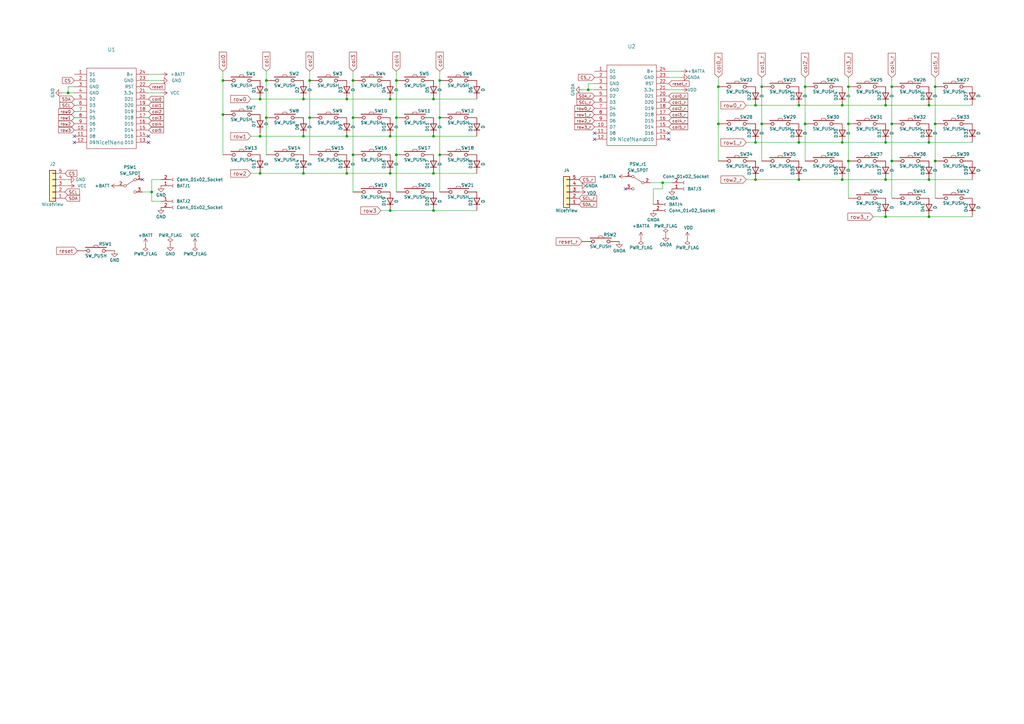
<source format=kicad_sch>
(kicad_sch (version 20230121) (generator eeschema)
  (paper "A3")
  (title_block (title "Corne Choc Wireless") (date "2023-10-09") (rev "0.0.1") (company "foostan + GSV-CargoCult"))
  (lib_symbols
    (symbol "Connector:Conn_01x02_Socket" (pin_names (offset 1.016) hide)
      (property "Reference" "J" (at 0 2.54 0))
      (property "Value" "Conn_01x02_Socket" (at 0 -5.08 0))
      (symbol "Conn_01x02_Socket_1_1"
        (arc (start 0 -2.032) (mid -0.5058 -2.54) (end 0 -3.048) (stroke (width 0.1524)))
        (polyline (pts (xy -1.27 -2.54) (xy -0.508 -2.54)) (stroke (width 0.1524)))
        (polyline (pts (xy -1.27 0) (xy -0.508 0)) (stroke (width 0.1524)))
        (arc (start 0 0.508) (mid -0.5058 0) (end 0 -0.508) (stroke (width 0.1524)))
        (pin passive line (at -5.08 0 0) (length 3.81) (name "Pin_1") (number "1"))
        (pin passive line (at -5.08 -2.54 0) (length 3.81) (name "Pin_2") (number "2"))
      )
    )
    (symbol "Connector_Generic:Conn_01x05" (pin_names (offset 1.016) hide)
      (property "Reference" "J" (at 0 7.62 0))
      (property "Value" "Conn_01x05" (at 0 -7.62 0))
      (symbol "Conn_01x05_1_1"
        (rectangle (start -1.27 -4.953) (end 0 -5.207) (stroke (width 0.1524)))
        (rectangle (start -1.27 -2.413) (end 0 -2.667) (stroke (width 0.1524)))
        (rectangle (start -1.27 0.127) (end 0 -0.127) (stroke (width 0.1524)))
        (rectangle (start -1.27 2.667) (end 0 2.413) (stroke (width 0.1524)))
        (rectangle (start -1.27 5.207) (end 0 4.953) (stroke (width 0.1524)))
        (rectangle (start -1.27 6.35) (end 1.27 -6.35) (stroke (width 0.254)) (fill (type background)))
        (pin passive line (at -5.08 5.08 0) (length 3.81) (name "Pin_1") (number "1"))
        (pin passive line (at -5.08 2.54 0) (length 3.81) (name "Pin_2") (number "2"))
        (pin passive line (at -5.08 0 0) (length 3.81) (name "Pin_3") (number "3"))
        (pin passive line (at -5.08 -2.54 0) (length 3.81) (name "Pin_4") (number "4"))
        (pin passive line (at -5.08 -5.08 0) (length 3.81) (name "Pin_5") (number "5"))
      )
    )
    (symbol "Device:D" (pin_numbers hide) (pin_names (offset 1.016) hide)
      (property "Reference" "D" (at 0 2.54 0))
      (property "Value" "D" (at 0 -2.54 0))
      (symbol "D_0_1"
        (polyline (pts (xy -1.27 1.27) (xy -1.27 -1.27)) (stroke (width 0.254)))
        (polyline (pts (xy 1.27 0) (xy -1.27 0)))
        (polyline (pts (xy 1.27 1.27) (xy 1.27 -1.27) (xy -1.27 0) (xy 1.27 1.27)) (stroke (width 0.254)))
      )
      (symbol "D_1_1"
        (pin passive line (at -3.81 0 0) (length 2.54) (name "K") (number "1"))
        (pin passive line (at 3.81 0 180) (length 2.54) (name "A") (number "2"))
      )
    )
    (symbol "ScottoKeebs:MCU_Nice_Nano_V2" (pin_names (offset 1.016))
      (property "Reference" "U" (at 0 0 0))
      (property "Value" "Nice_Nano_V2" (at 0 -19.05 0))
      (symbol "MCU_Nice_Nano_V2_0_1"
        (rectangle (start -10.16 16.51) (end 10.16 -16.51))
      )
      (symbol "MCU_Nice_Nano_V2_1_1"
        (pin input line (at -15.24 13.97 0) (length 5.08) (name "D1") (number "1"))
        (pin input line (at -15.24 -8.89 0) (length 5.08) (name "D7") (number "10"))
        (pin input line (at -15.24 -11.43 0) (length 5.08) (name "D8") (number "11"))
        (pin input line (at -15.24 -13.97 0) (length 5.08) (name "D9") (number "12"))
        (pin input line (at 15.24 -13.97 180) (length 5.08) (name "D10") (number "13"))
        (pin input line (at 15.24 -11.43 180) (length 5.08) (name "D16") (number "14"))
        (pin input line (at 15.24 -8.89 180) (length 5.08) (name "D14") (number "15"))
        (pin input line (at 15.24 -6.35 180) (length 5.08) (name "D15") (number "16"))
        (pin input line (at 15.24 -3.81 180) (length 5.08) (name "D18") (number "17"))
        (pin input line (at 15.24 -1.27 180) (length 5.08) (name "D19") (number "18"))
        (pin input line (at 15.24 1.27 180) (length 5.08) (name "D20") (number "19"))
        (pin input line (at -15.24 11.43 0) (length 5.08) (name "D0") (number "2"))
        (pin input line (at 15.24 3.81 180) (length 5.08) (name "D21") (number "20"))
        (pin input line (at 15.24 6.35 180) (length 5.08) (name "3.3v") (number "21"))
        (pin input line (at 15.24 8.89 180) (length 5.08) (name "RST") (number "22"))
        (pin input line (at 15.24 11.43 180) (length 5.08) (name "GND") (number "23"))
        (pin input line (at 15.24 13.97 180) (length 5.08) (name "B+") (number "24"))
        (pin input line (at -15.24 8.89 0) (length 5.08) (name "GND") (number "3"))
        (pin input line (at -15.24 6.35 0) (length 5.08) (name "GND") (number "4"))
        (pin input line (at -15.24 3.81 0) (length 5.08) (name "D2") (number "5"))
        (pin input line (at -15.24 1.27 0) (length 5.08) (name "D3") (number "6"))
        (pin input line (at -15.24 -1.27 0) (length 5.08) (name "D4") (number "7"))
        (pin input line (at -15.24 -3.81 0) (length 5.08) (name "D5") (number "8"))
        (pin input line (at -15.24 -6.35 0) (length 5.08) (name "D6") (number "9"))
      )
    )
    (symbol "Switch:SW_SPDT" (pin_names (offset 0) hide)
      (property "Reference" "SW" (at 0 4.318 0))
      (property "Value" "SW_SPDT" (at 0 -5.08 0))
      (symbol "SW_SPDT_0_0"
        (circle (center -2.032 0) (radius 0.508))
        (circle (center 2.032 -2.54) (radius 0.508))
      )
      (symbol "SW_SPDT_0_1"
        (polyline (pts (xy -1.524 0.254) (xy 1.651 2.286)))
        (circle (center 2.032 2.54) (radius 0.508))
      )
      (symbol "SW_SPDT_1_1"
        (pin passive line (at 5.08 2.54 180) (length 2.54) (name "A") (number "1"))
        (pin passive line (at -5.08 0 0) (length 2.54) (name "B") (number "2"))
        (pin passive line (at 5.08 -2.54 180) (length 2.54) (name "C") (number "3"))
      )
    )
    (symbol "kbd:SW_PUSH" (pin_numbers hide) (pin_names (offset 1.016) hide)
      (property "Reference" "SW" (at 3.81 2.794 0))
      (property "Value" "SW_PUSH" (at 0 -2.032 0))
      (symbol "SW_PUSH_0_1"
        (rectangle (start -4.318 1.27) (end 4.318 1.524))
        (polyline (pts (xy -1.016 1.524) (xy -0.762 2.286) (xy 0.762 2.286) (xy 1.016 1.524)))
        (pin passive inverted (at -7.62 0 0) (length 5.08) (name "1") (number "1"))
        (pin passive inverted (at 7.62 0 180) (length 5.08) (name "2") (number "2"))
      )
    )
    (symbol "power:+BATT" (power) (pin_names (offset 0))
      (property "Value" "+BATT" (at 0 3.556 0))
      (symbol "+BATT_0_1"
        (polyline (pts (xy -0.762 1.27) (xy 0 2.54)))
        (polyline (pts (xy 0 0) (xy 0 2.54)))
        (polyline (pts (xy 0 2.54) (xy 0.762 1.27)))
      )
      (symbol "+BATT_1_1"
        (pin power_in line (at 0 0 90) (length 0) hide (name "+BATT") (number "1"))
      )
    )
    (symbol "power:+BATTA" (power) (pin_names (offset 0))
      (property "Value" "+BATTA" (at 0 3.556 0))
      (symbol "+BATTA_0_1"
        (polyline (pts (xy -0.762 1.27) (xy 0 2.54)))
        (polyline (pts (xy 0 0) (xy 0 2.54)))
        (polyline (pts (xy 0 2.54) (xy 0.762 1.27)))
      )
      (symbol "+BATTA_1_1"
        (pin power_in line (at 0 0 90) (length 0) hide (name "+BATTA") (number "1"))
      )
    )
    (symbol "power:GND" (power) (pin_names (offset 0))
      (property "Value" "GND" (at 0 -3.81 0))
      (symbol "GND_0_1"
        (polyline (pts (xy 0 0) (xy 0 -1.27) (xy 1.27 -1.27) (xy 0 -2.54) (xy -1.27 -1.27) (xy 0 -1.27)))
      )
      (symbol "GND_1_1"
        (pin power_in line (at 0 0 270) (length 0) hide (name "GND") (number "1"))
      )
    )
    (symbol "power:GNDA" (power) (pin_names (offset 0))
      (property "Value" "GNDA" (at 0 -3.81 0))
      (symbol "GNDA_0_1"
        (polyline (pts (xy 0 0) (xy 0 -1.27) (xy 1.27 -1.27) (xy 0 -2.54) (xy -1.27 -1.27) (xy 0 -1.27)))
      )
      (symbol "GNDA_1_1"
        (pin power_in line (at 0 0 270) (length 0) hide (name "GNDA") (number "1"))
      )
    )
    (symbol "power:PWR_FLAG" (power) (pin_numbers hide) (pin_names (offset 0) hide)
      (property "Value" "PWR_FLAG" (at 0 3.81 0))
      (symbol "PWR_FLAG_0_0"
        (pin power_out line (at 0 0 90) (length 0) (name "pwr") (number "1"))
      )
      (symbol "PWR_FLAG_0_1"
        (polyline (pts (xy 0 0) (xy 0 1.27) (xy -1.016 1.905) (xy 0 2.54) (xy 1.016 1.905) (xy 0 1.27)))
      )
    )
    (symbol "power:VCC" (power) (pin_names (offset 0))
      (property "Value" "VCC" (at 0 3.81 0))
      (symbol "VCC_0_1"
        (polyline (pts (xy -0.762 1.27) (xy 0 2.54)))
        (polyline (pts (xy 0 0) (xy 0 2.54)))
        (polyline (pts (xy 0 2.54) (xy 0.762 1.27)))
      )
      (symbol "VCC_1_1"
        (pin power_in line (at 0 0 90) (length 0) hide (name "VCC") (number "1"))
      )
    )
    (symbol "power:VDD" (power) (pin_names (offset 0))
      (property "Value" "VDD" (at 0 3.81 0))
      (symbol "VDD_0_1"
        (polyline (pts (xy -0.762 1.27) (xy 0 2.54)))
        (polyline (pts (xy 0 0) (xy 0 2.54)))
        (polyline (pts (xy 0 2.54) (xy 0.762 1.27)))
      )
      (symbol "VDD_1_1"
        (pin power_in line (at 0 0 90) (length 0) hide (name "VDD") (number "1"))
      )
    )
  )
  (junction (at 383.54 50.8))
  (junction (at 347.98 50.8))
  (junction (at 142.24 40.64))
  (junction (at 162.56 63.5))
  (junction (at 309.88 58.42))
  (junction (at 345.44 43.18))
  (junction (at 142.24 71.12))
  (junction (at 365.76 66.04))
  (junction (at 144.78 33.02))
  (junction (at 363.22 88.9))
  (junction (at 127 48.26))
  (junction (at 127 33.02))
  (junction (at 124.46 71.12))
  (junction (at 330.2 35.56))
  (junction (at 309.88 43.18))
  (junction (at 62.23 78.74))
  (junction (at 381 73.66))
  (junction (at 330.2 50.8))
  (junction (at 160.02 40.64))
  (junction (at 162.56 33.02))
  (junction (at 180.34 63.5))
  (junction (at 294.64 35.56))
  (junction (at 180.34 48.26))
  (junction (at 381 58.42))
  (junction (at 144.78 48.26))
  (junction (at 177.8 55.88))
  (junction (at 309.88 73.66))
  (junction (at 142.24 55.88))
  (junction (at 327.66 73.66))
  (junction (at 383.54 66.04))
  (junction (at 177.8 71.12))
  (junction (at 383.54 35.56))
  (junction (at 312.42 35.56))
  (junction (at 271.78 74.93))
  (junction (at 294.64 50.8))
  (junction (at 160.02 55.88))
  (junction (at 345.44 58.42))
  (junction (at 345.44 73.66))
  (junction (at 162.56 48.26))
  (junction (at 327.66 43.18))
  (junction (at 106.68 55.88))
  (junction (at 347.98 35.56))
  (junction (at 124.46 40.64))
  (junction (at 177.8 40.64))
  (junction (at 363.22 58.42))
  (junction (at 327.66 58.42))
  (junction (at 381 43.18))
  (junction (at 124.46 55.88))
  (junction (at 363.22 43.18))
  (junction (at 27.94 38.1))
  (junction (at 91.44 46.99))
  (junction (at 365.76 50.8))
  (junction (at 363.22 73.66))
  (junction (at 347.98 66.04))
  (junction (at 312.42 50.8))
  (junction (at 109.22 48.26))
  (junction (at 160.02 71.12))
  (junction (at 106.68 40.64))
  (junction (at 180.34 33.02))
  (junction (at 160.02 86.36))
  (junction (at 381 88.9))
  (junction (at 91.44 33.02))
  (junction (at 144.78 63.5))
  (junction (at 109.22 33.02))
  (junction (at 106.68 71.12))
  (junction (at 241.3 36.83))
  (junction (at 177.8 86.36))
  (junction (at 365.76 35.56))
  (no_connect (at 243.84 54.61))
  (no_connect (at 30.48 55.88))
  (no_connect (at 243.84 57.15))
  (no_connect (at 274.32 54.61))
  (no_connect (at 60.96 58.42))
  (no_connect (at 256.54 77.47))
  (no_connect (at 30.48 58.42))
  (no_connect (at 274.32 57.15))
  (no_connect (at 60.96 55.88))
  (no_connect (at 58.42 73.66))
  (wire (pts (xy 365.76 50.8) (xy 365.76 66.04)))
  (wire (pts (xy 91.44 46.99) (xy 91.44 63.5)))
  (wire (pts (xy 102.87 40.64) (xy 106.68 40.64)))
  (wire (pts (xy 160.02 86.36) (xy 177.8 86.36)))
  (wire (pts (xy 383.54 31.75) (xy 383.54 35.56)))
  (wire (pts (xy 381 43.18) (xy 398.78 43.18)))
  (wire (pts (xy 142.24 55.88) (xy 160.02 55.88)))
  (wire (pts (xy 162.56 63.5) (xy 162.56 78.74)))
  (wire (pts (xy 177.8 71.12) (xy 195.58 71.12)))
  (wire (pts (xy 294.64 31.75) (xy 294.64 35.56)))
  (wire (pts (xy 294.64 35.56) (xy 294.64 50.8)))
  (wire (pts (xy 106.68 55.88) (xy 124.46 55.88)))
  (wire (pts (xy 109.22 33.02) (xy 109.22 48.26)))
  (wire (pts (xy 358.14 88.9) (xy 363.22 88.9)))
  (wire (pts (xy 306.07 58.42) (xy 309.88 58.42)))
  (wire (pts (xy 330.2 50.8) (xy 330.2 66.04)))
  (wire (pts (xy 347.98 50.8) (xy 347.98 66.04)))
  (wire (pts (xy 365.76 31.75) (xy 365.76 35.56)))
  (wire (pts (xy 60.96 38.1) (xy 66.04 38.1)))
  (wire (pts (xy 238.76 36.83) (xy 241.3 36.83)))
  (wire (pts (xy 162.56 29.21) (xy 162.56 33.02)))
  (wire (pts (xy 347.98 31.75) (xy 347.98 35.56)))
  (wire (pts (xy 144.78 48.26) (xy 144.78 63.5)))
  (wire (pts (xy 241.3 34.29) (xy 241.3 36.83)))
  (wire (pts (xy 160.02 71.12) (xy 177.8 71.12)))
  (wire (pts (xy 363.22 73.66) (xy 381 73.66)))
  (wire (pts (xy 327.66 73.66) (xy 345.44 73.66)))
  (wire (pts (xy 381 58.42) (xy 398.78 58.42)))
  (wire (pts (xy 66.04 73.66) (xy 62.23 73.66)))
  (wire (pts (xy 306.07 73.66) (xy 309.88 73.66)))
  (wire (pts (xy 271.78 74.93) (xy 266.7 74.93)))
  (wire (pts (xy 267.97 77.47) (xy 271.78 77.47)))
  (wire (pts (xy 177.8 40.64) (xy 195.58 40.64)))
  (wire (pts (xy 381 88.9) (xy 398.78 88.9)))
  (wire (pts (xy 30.48 35.56) (xy 27.94 35.56)))
  (wire (pts (xy 180.34 63.5) (xy 180.34 78.74)))
  (wire (pts (xy 162.56 48.26) (xy 162.56 63.5)))
  (wire (pts (xy 62.23 73.66) (xy 62.23 78.74)))
  (wire (pts (xy 243.84 34.29) (xy 241.3 34.29)))
  (wire (pts (xy 160.02 40.64) (xy 177.8 40.64)))
  (wire (pts (xy 274.32 31.75) (xy 279.4 31.75)))
  (wire (pts (xy 127 29.21) (xy 127 33.02)))
  (wire (pts (xy 144.78 33.02) (xy 144.78 48.26)))
  (wire (pts (xy 124.46 40.64) (xy 142.24 40.64)))
  (wire (pts (xy 102.87 71.12) (xy 106.68 71.12)))
  (wire (pts (xy 347.98 35.56) (xy 347.98 50.8)))
  (wire (pts (xy 124.46 71.12) (xy 142.24 71.12)))
  (wire (pts (xy 177.8 55.88) (xy 195.58 55.88)))
  (wire (pts (xy 109.22 48.26) (xy 109.22 63.5)))
  (wire (pts (xy 160.02 55.88) (xy 177.8 55.88)))
  (wire (pts (xy 241.3 36.83) (xy 243.84 36.83)))
  (wire (pts (xy 91.44 33.02) (xy 91.44 46.99)))
  (wire (pts (xy 363.22 88.9) (xy 381 88.9)))
  (wire (pts (xy 365.76 35.56) (xy 365.76 50.8)))
  (wire (pts (xy 144.78 63.5) (xy 144.78 78.74)))
  (wire (pts (xy 180.34 29.21) (xy 180.34 33.02)))
  (wire (pts (xy 294.64 50.8) (xy 294.64 66.04)))
  (wire (pts (xy 180.34 48.26) (xy 180.34 63.5)))
  (wire (pts (xy 27.94 38.1) (xy 30.48 38.1)))
  (wire (pts (xy 345.44 58.42) (xy 363.22 58.42)))
  (wire (pts (xy 106.68 54.61) (xy 106.68 55.88)))
  (wire (pts (xy 279.4 29.21) (xy 274.32 29.21)))
  (wire (pts (xy 91.44 29.21) (xy 91.44 33.02)))
  (wire (pts (xy 144.78 29.21) (xy 144.78 33.02)))
  (wire (pts (xy 312.42 31.75) (xy 312.42 35.56)))
  (wire (pts (xy 124.46 55.88) (xy 142.24 55.88)))
  (wire (pts (xy 363.22 43.18) (xy 381 43.18)))
  (wire (pts (xy 345.44 43.18) (xy 363.22 43.18)))
  (wire (pts (xy 383.54 35.56) (xy 383.54 50.8)))
  (wire (pts (xy 330.2 31.75) (xy 330.2 35.56)))
  (wire (pts (xy 102.87 55.88) (xy 106.68 55.88)))
  (wire (pts (xy 383.54 66.04) (xy 383.54 81.28)))
  (wire (pts (xy 309.88 58.42) (xy 327.66 58.42)))
  (wire (pts (xy 327.66 43.18) (xy 345.44 43.18)))
  (wire (pts (xy 127 48.26) (xy 127 63.5)))
  (wire (pts (xy 312.42 35.56) (xy 312.42 50.8)))
  (wire (pts (xy 365.76 66.04) (xy 365.76 81.28)))
  (wire (pts (xy 60.96 33.02) (xy 66.04 33.02)))
  (wire (pts (xy 327.66 58.42) (xy 345.44 58.42)))
  (wire (pts (xy 66.04 82.55) (xy 62.23 82.55)))
  (wire (pts (xy 62.23 78.74) (xy 58.42 78.74)))
  (wire (pts (xy 347.98 66.04) (xy 347.98 81.28)))
  (wire (pts (xy 66.04 30.48) (xy 60.96 30.48)))
  (wire (pts (xy 330.2 35.56) (xy 330.2 50.8)))
  (wire (pts (xy 62.23 82.55) (xy 62.23 78.74)))
  (wire (pts (xy 27.94 73.66) (xy 26.67 73.66)))
  (wire (pts (xy 27.94 35.56) (xy 27.94 38.1)))
  (wire (pts (xy 275.59 74.93) (xy 271.78 74.93)))
  (wire (pts (xy 345.44 73.66) (xy 363.22 73.66)))
  (wire (pts (xy 127 33.02) (xy 127 48.26)))
  (wire (pts (xy 142.24 71.12) (xy 160.02 71.12)))
  (wire (pts (xy 180.34 33.02) (xy 180.34 48.26)))
  (wire (pts (xy 27.94 76.2) (xy 26.67 76.2)))
  (wire (pts (xy 381 73.66) (xy 398.78 73.66)))
  (wire (pts (xy 156.21 86.36) (xy 160.02 86.36)))
  (wire (pts (xy 25.4 38.1) (xy 27.94 38.1)))
  (wire (pts (xy 363.22 58.42) (xy 381 58.42)))
  (wire (pts (xy 177.8 86.36) (xy 195.58 86.36)))
  (wire (pts (xy 312.42 50.8) (xy 312.42 66.04)))
  (wire (pts (xy 274.32 36.83) (xy 279.4 36.83)))
  (wire (pts (xy 271.78 77.47) (xy 271.78 74.93)))
  (wire (pts (xy 267.97 83.82) (xy 267.97 77.47)))
  (wire (pts (xy 106.68 71.12) (xy 124.46 71.12)))
  (wire (pts (xy 309.88 73.66) (xy 327.66 73.66)))
  (wire (pts (xy 109.22 29.21) (xy 109.22 33.02)))
  (wire (pts (xy 162.56 33.02) (xy 162.56 48.26)))
  (wire (pts (xy 142.24 40.64) (xy 160.02 40.64)))
  (wire (pts (xy 106.68 40.64) (xy 124.46 40.64)))
  (wire (pts (xy 383.54 50.8) (xy 383.54 66.04)))
  (wire (pts (xy 306.07 43.18) (xy 309.88 43.18)))
  (wire (pts (xy 309.88 43.18) (xy 327.66 43.18)))
  (global_label "row1" (shape input) (at 102.87 55.88 180) (effects (font (size 1.524 1.524))) (property "Intersheetrefs" "${INTERSHEET_REFS}" (effects hide)))
  (global_label "reset" (shape input) (at 60.96 35.56 0) (effects (font (size 1.1938 1.1938))) (property "Intersheetrefs" "${INTERSHEET_REFS}" (effects hide)))
  (global_label "col1_r" (shape input) (at 274.32 41.91 0) (effects (font (size 1.1938 1.1938))) (property "Intersheetrefs" "${INTERSHEET_REFS}" (effects hide)))
  (global_label "row0_r" (shape input) (at 243.84 44.45 180) (effects (font (size 1.1938 1.1938))) (property "Intersheetrefs" "${INTERSHEET_REFS}" (effects hide)))
  (global_label "CS_r" (shape input) (at 243.84 31.75 180) (property "Intersheetrefs" "${INTERSHEET_REFS}" (effects hide)))
  (global_label "col4" (shape input) (at 162.56 29.21 90) (effects (font (size 1.524 1.524))) (property "Intersheetrefs" "${INTERSHEET_REFS}" (effects hide)))
  (global_label "col5_r" (shape input) (at 383.54 31.75 90) (effects (font (size 1.524 1.524))) (property "Intersheetrefs" "${INTERSHEET_REFS}" (effects hide)))
  (global_label "col0_r" (shape input) (at 274.32 39.37 0) (effects (font (size 1.1938 1.1938))) (property "Intersheetrefs" "${INTERSHEET_REFS}" (effects hide)))
  (global_label "SCL" (shape input) (at 30.48 43.18 180) (property "Intersheetrefs" "${INTERSHEET_REFS}" (effects hide)))
  (global_label "SDA_r" (shape input) (at 237.49 83.82 0) (effects (font (size 1.1938 1.1938))) (property "Intersheetrefs" "${INTERSHEET_REFS}" (effects hide)))
  (global_label "SDA_r" (shape input) (at 243.84 39.37 180) (effects (font (size 1.1938 1.1938))) (property "Intersheetrefs" "${INTERSHEET_REFS}" (effects hide)))
  (global_label "col3" (shape input) (at 144.78 29.21 90) (effects (font (size 1.524 1.524))) (property "Intersheetrefs" "${INTERSHEET_REFS}" (effects hide)))
  (global_label "reset" (shape input) (at 31.75 102.87 180) (effects (font (size 1.524 1.524))) (property "Intersheetrefs" "${INTERSHEET_REFS}" (effects hide)))
  (global_label "reset_r" (shape input) (at 274.32 34.29 0) (effects (font (size 1.1938 1.1938))) (property "Intersheetrefs" "${INTERSHEET_REFS}" (effects hide)))
  (global_label "row3_r" (shape input) (at 358.14 88.9 180) (effects (font (size 1.524 1.524))) (property "Intersheetrefs" "${INTERSHEET_REFS}" (effects hide)))
  (global_label "col5" (shape input) (at 60.96 53.34 0) (effects (font (size 1.1938 1.1938))) (property "Intersheetrefs" "${INTERSHEET_REFS}" (effects hide)))
  (global_label "col5_r" (shape input) (at 274.32 52.07 0) (effects (font (size 1.1938 1.1938))) (property "Intersheetrefs" "${INTERSHEET_REFS}" (effects hide)))
  (global_label "row2_r" (shape input) (at 306.07 73.66 180) (effects (font (size 1.524 1.524))) (property "Intersheetrefs" "${INTERSHEET_REFS}" (effects hide)))
  (global_label "SDA" (shape input) (at 26.67 81.28 0) (property "Intersheetrefs" "${INTERSHEET_REFS}" (effects hide)))
  (global_label "SDA" (shape input) (at 30.48 40.64 180) (property "Intersheetrefs" "${INTERSHEET_REFS}" (effects hide)))
  (global_label "row2_r" (shape input) (at 243.84 49.53 180) (effects (font (size 1.1938 1.1938))) (property "Intersheetrefs" "${INTERSHEET_REFS}" (effects hide)))
  (global_label "row2" (shape input) (at 30.48 50.8 180) (effects (font (size 1.1938 1.1938))) (property "Intersheetrefs" "${INTERSHEET_REFS}" (effects hide)))
  (global_label "col2_r" (shape input) (at 274.32 44.45 0) (effects (font (size 1.1938 1.1938))) (property "Intersheetrefs" "${INTERSHEET_REFS}" (effects hide)))
  (global_label "col4_r" (shape input) (at 365.76 31.75 90) (effects (font (size 1.524 1.524))) (property "Intersheetrefs" "${INTERSHEET_REFS}" (effects hide)))
  (global_label "row1_r" (shape input) (at 306.07 58.42 180) (effects (font (size 1.524 1.524))) (property "Intersheetrefs" "${INTERSHEET_REFS}" (effects hide)))
  (global_label "col2_r" (shape input) (at 330.2 31.75 90) (effects (font (size 1.524 1.524))) (property "Intersheetrefs" "${INTERSHEET_REFS}" (effects hide)))
  (global_label "SCL_r" (shape input) (at 237.49 81.28 0) (effects (font (size 1.1938 1.1938))) (property "Intersheetrefs" "${INTERSHEET_REFS}" (effects hide)))
  (global_label "col1_r" (shape input) (at 312.42 31.75 90) (effects (font (size 1.524 1.524))) (property "Intersheetrefs" "${INTERSHEET_REFS}" (effects hide)))
  (global_label "row3" (shape input) (at 30.48 53.34 180) (effects (font (size 1.1938 1.1938))) (property "Intersheetrefs" "${INTERSHEET_REFS}" (effects hide)))
  (global_label "col0" (shape input) (at 60.96 40.64 0) (effects (font (size 1.1938 1.1938))) (property "Intersheetrefs" "${INTERSHEET_REFS}" (effects hide)))
  (global_label "col4_r" (shape input) (at 274.32 49.53 0) (effects (font (size 1.1938 1.1938))) (property "Intersheetrefs" "${INTERSHEET_REFS}" (effects hide)))
  (global_label "row0" (shape input) (at 102.87 40.64 180) (effects (font (size 1.524 1.524))) (property "Intersheetrefs" "${INTERSHEET_REFS}" (effects hide)))
  (global_label "row3_r" (shape input) (at 243.84 52.07 180) (effects (font (size 1.1938 1.1938))) (property "Intersheetrefs" "${INTERSHEET_REFS}" (effects hide)))
  (global_label "row0_r" (shape input) (at 306.07 43.18 180) (effects (font (size 1.524 1.524))) (property "Intersheetrefs" "${INTERSHEET_REFS}" (effects hide)))
  (global_label "SCL" (shape input) (at 26.67 78.74 0) (property "Intersheetrefs" "${INTERSHEET_REFS}" (effects hide)))
  (global_label "col3_r" (shape input) (at 347.98 31.75 90) (effects (font (size 1.524 1.524))) (property "Intersheetrefs" "${INTERSHEET_REFS}" (effects hide)))
  (global_label "row2" (shape input) (at 102.87 71.12 180) (effects (font (size 1.524 1.524))) (property "Intersheetrefs" "${INTERSHEET_REFS}" (effects hide)))
  (global_label "row1_r" (shape input) (at 243.84 46.99 180) (effects (font (size 1.1938 1.1938))) (property "Intersheetrefs" "${INTERSHEET_REFS}" (effects hide)))
  (global_label "col1" (shape input) (at 60.96 43.18 0) (effects (font (size 1.1938 1.1938))) (property "Intersheetrefs" "${INTERSHEET_REFS}" (effects hide)))
  (global_label "CS_r" (shape input) (at 237.49 73.66 0) (property "Intersheetrefs" "${INTERSHEET_REFS}" (effects hide)))
  (global_label "CS" (shape input) (at 26.67 71.12 0) (property "Intersheetrefs" "${INTERSHEET_REFS}" (effects hide)))
  (global_label "col1" (shape input) (at 109.22 29.21 90) (effects (font (size 1.524 1.524))) (property "Intersheetrefs" "${INTERSHEET_REFS}" (effects hide)))
  (global_label "row1" (shape input) (at 30.48 48.26 180) (effects (font (size 1.1938 1.1938))) (property "Intersheetrefs" "${INTERSHEET_REFS}" (effects hide)))
  (global_label "col4" (shape input) (at 60.96 50.8 0) (effects (font (size 1.1938 1.1938))) (property "Intersheetrefs" "${INTERSHEET_REFS}" (effects hide)))
  (global_label "col2" (shape input) (at 127 29.21 90) (effects (font (size 1.524 1.524))) (property "Intersheetrefs" "${INTERSHEET_REFS}" (effects hide)))
  (global_label "col0" (shape input) (at 91.44 29.21 90) (effects (font (size 1.524 1.524))) (property "Intersheetrefs" "${INTERSHEET_REFS}" (effects hide)))
  (global_label "CS" (shape input) (at 30.48 33.02 180) (property "Intersheetrefs" "${INTERSHEET_REFS}" (effects hide)))
  (global_label "col5" (shape input) (at 180.34 29.21 90) (effects (font (size 1.524 1.524))) (property "Intersheetrefs" "${INTERSHEET_REFS}" (effects hide)))
  (global_label "SCL_r" (shape input) (at 243.84 41.91 180) (effects (font (size 1.1938 1.1938))) (property "Intersheetrefs" "${INTERSHEET_REFS}" (effects hide)))
  (global_label "row0" (shape input) (at 30.48 45.72 180) (effects (font (size 1.1938 1.1938))) (property "Intersheetrefs" "${INTERSHEET_REFS}" (effects hide)))
  (global_label "col3_r" (shape input) (at 274.32 46.99 0) (effects (font (size 1.1938 1.1938))) (property "Intersheetrefs" "${INTERSHEET_REFS}" (effects hide)))
  (global_label "row3" (shape input) (at 156.21 86.36 180) (effects (font (size 1.524 1.524))) (property "Intersheetrefs" "${INTERSHEET_REFS}" (effects hide)))
  (global_label "col3" (shape input) (at 60.96 48.26 0) (effects (font (size 1.1938 1.1938))) (property "Intersheetrefs" "${INTERSHEET_REFS}" (effects hide)))
  (global_label "reset_r" (shape input) (at 238.76 99.06 180) (effects (font (size 1.524 1.524))) (property "Intersheetrefs" "${INTERSHEET_REFS}" (effects hide)))
  (global_label "col0_r" (shape input) (at 294.64 31.75 90) (effects (font (size 1.524 1.524))) (property "Intersheetrefs" "${INTERSHEET_REFS}" (effects hide)))
  (global_label "col2" (shape input) (at 60.96 45.72 0) (effects (font (size 1.1938 1.1938))) (property "Intersheetrefs" "${INTERSHEET_REFS}" (effects hide)))
  (symbol (lib_id "ScottoKeebs:MCU_Nice_Nano_V2") (at 45.72 44.45 0) (unit 1)
    (property "Reference" "U1" (at 45.72 20.32 0) (effects (font (size 1.524 1.524))))
    (property "Value" "Nice!Nano" (at 45 58.42 0) (effects (font (size 1.524 1.524))))
    (property "Footprint" "kbd:ProMicro_v3" (effects hide))
  )
  (symbol (lib_id "kbd:SW_PUSH") (at 116.84 33.02 0) (unit 1)
    (property "Reference" "SW2" (at 120.65 30.226 0))
    (property "Value" "SW_PUSH" (at 116.84 35.052 0))
    (property "Footprint" "kbd:CherryMX_Hotswap" (effects hide))
  )
  (symbol (lib_id "Device:D") (at 124.46 36.83 90) (unit 1)
    (property "Reference" "D2" (at 121.92 36.83 0))
    (property "Value" "D" (at 127 36.83 0))
    (property "Footprint" "kbd:D3_SMD_v2" (effects hide))
  )
  (symbol (lib_id "kbd:SW_PUSH") (at 134.62 33.02 0) (unit 1)
    (property "Reference" "SW3" (at 138.43 30.226 0))
    (property "Value" "SW_PUSH" (at 134.62 35.052 0))
    (property "Footprint" "kbd:CherryMX_Hotswap" (effects hide))
  )
  (symbol (lib_id "Device:D") (at 142.24 36.83 90) (unit 1)
    (property "Reference" "D3" (at 139.7 36.83 0))
    (property "Value" "D" (at 144.78 36.83 0))
    (property "Footprint" "kbd:D3_SMD_v2" (effects hide))
  )
  (symbol (lib_id "kbd:SW_PUSH") (at 152.4 33.02 0) (unit 1)
    (property "Reference" "SW4" (at 156.21 30.226 0))
    (property "Value" "SW_PUSH" (at 152.4 35.052 0))
    (property "Footprint" "kbd:CherryMX_Hotswap" (effects hide))
  )
  (symbol (lib_id "kbd:SW_PUSH") (at 170.18 33.02 0) (unit 1)
    (property "Reference" "SW5" (at 173.99 30.226 0))
    (property "Value" "SW_PUSH" (at 170.18 35.052 0))
    (property "Footprint" "kbd:CherryMX_Hotswap" (effects hide))
  )
  (symbol (lib_id "kbd:SW_PUSH") (at 187.96 33.02 0) (unit 1)
    (property "Reference" "SW6" (at 191.77 30.226 0))
    (property "Value" "SW_PUSH" (at 187.96 35.052 0))
    (property "Footprint" "kbd:CherryMX_Hotswap" (effects hide))
  )
  (symbol (lib_id "Device:D") (at 160.02 36.83 90) (unit 1)
    (property "Reference" "D4" (at 157.48 36.83 0))
    (property "Value" "D" (at 162.56 36.83 0))
    (property "Footprint" "kbd:D3_SMD_v2" (effects hide))
  )
  (symbol (lib_id "Device:D") (at 177.8 36.83 90) (unit 1)
    (property "Reference" "D5" (at 175.26 36.83 0))
    (property "Value" "D" (at 180.34 36.83 0))
    (property "Footprint" "kbd:D3_SMD_v2" (effects hide))
  )
  (symbol (lib_id "Device:D") (at 195.58 36.83 90) (unit 1)
    (property "Reference" "D6" (at 193.04 36.83 0))
    (property "Value" "D" (at 198.12 36.83 0))
    (property "Footprint" "kbd:D3_SMD_v2" (effects hide))
  )
  (symbol (lib_id "kbd:SW_PUSH") (at 99.06 33.02 0) (unit 1)
    (property "Reference" "SW1" (at 102.87 30.226 0))
    (property "Value" "SW_PUSH" (at 99.06 35.052 0))
    (property "Footprint" "kbd:CherryMX_Hotswap" (effects hide))
  )
  (symbol (lib_id "Device:D") (at 106.68 36.83 90) (unit 1)
    (property "Reference" "D1" (at 104.14 36.83 0))
    (property "Value" "D" (at 109.22 36.83 0))
    (property "Footprint" "kbd:D3_SMD_v2" (effects hide))
  )
  (symbol (lib_id "kbd:SW_PUSH") (at 116.84 48.26 0) (unit 1)
    (property "Reference" "SW8" (at 120.65 45.466 0))
    (property "Value" "SW_PUSH" (at 116.84 50.292 0))
    (property "Footprint" "kbd:CherryMX_Hotswap" (effects hide))
  )
  (symbol (lib_id "Device:D") (at 124.46 52.07 90) (unit 1)
    (property "Reference" "D8" (at 121.92 52.07 0))
    (property "Value" "D" (at 127 52.07 0))
    (property "Footprint" "kbd:D3_SMD_v2" (effects hide))
  )
  (symbol (lib_id "kbd:SW_PUSH") (at 134.62 48.26 0) (unit 1)
    (property "Reference" "SW9" (at 138.43 45.466 0))
    (property "Value" "SW_PUSH" (at 134.62 50.292 0))
    (property "Footprint" "kbd:CherryMX_Hotswap" (effects hide))
  )
  (symbol (lib_id "Device:D") (at 142.24 52.07 90) (unit 1)
    (property "Reference" "D9" (at 139.7 52.07 0))
    (property "Value" "D" (at 144.78 52.07 0))
    (property "Footprint" "kbd:D3_SMD_v2" (effects hide))
  )
  (symbol (lib_id "kbd:SW_PUSH") (at 152.4 48.26 0) (unit 1)
    (property "Reference" "SW10" (at 156.21 45.466 0))
    (property "Value" "SW_PUSH" (at 152.4 50.292 0))
    (property "Footprint" "kbd:CherryMX_Hotswap" (effects hide))
  )
  (symbol (lib_id "kbd:SW_PUSH") (at 170.18 48.26 0) (unit 1)
    (property "Reference" "SW11" (at 173.99 45.466 0))
    (property "Value" "SW_PUSH" (at 170.18 50.292 0))
    (property "Footprint" "kbd:CherryMX_Hotswap" (effects hide))
  )
  (symbol (lib_id "kbd:SW_PUSH") (at 187.96 48.26 0) (unit 1)
    (property "Reference" "SW12" (at 191.77 45.466 0))
    (property "Value" "SW_PUSH" (at 187.96 50.292 0))
    (property "Footprint" "kbd:CherryMX_Hotswap" (effects hide))
  )
  (symbol (lib_id "Device:D") (at 160.02 52.07 90) (unit 1)
    (property "Reference" "D10" (at 157.48 52.07 0))
    (property "Value" "D" (at 162.56 52.07 0))
    (property "Footprint" "kbd:D3_SMD_v2" (effects hide))
  )
  (symbol (lib_id "Device:D") (at 177.8 52.07 90) (unit 1)
    (property "Reference" "D11" (at 175.26 52.07 0))
    (property "Value" "D" (at 180.34 52.07 0))
    (property "Footprint" "kbd:D3_SMD_v2" (effects hide))
  )
  (symbol (lib_id "Device:D") (at 195.58 52.07 90) (unit 1)
    (property "Reference" "D12" (at 193.04 52.07 0))
    (property "Value" "D" (at 198.12 52.07 0))
    (property "Footprint" "kbd:D3_SMD_v2" (effects hide))
  )
  (symbol (lib_id "kbd:SW_PUSH") (at 116.84 63.5 0) (unit 1)
    (property "Reference" "SW14" (at 120.65 60.706 0))
    (property "Value" "SW_PUSH" (at 116.84 65.532 0))
    (property "Footprint" "kbd:CherryMX_Hotswap" (effects hide))
  )
  (symbol (lib_id "Device:D") (at 124.46 67.31 90) (unit 1)
    (property "Reference" "D14" (at 121.92 67.31 0))
    (property "Value" "D" (at 127 67.31 0))
    (property "Footprint" "kbd:D3_SMD_v2" (effects hide))
  )
  (symbol (lib_id "kbd:SW_PUSH") (at 134.62 63.5 0) (unit 1)
    (property "Reference" "SW15" (at 138.43 60.706 0))
    (property "Value" "SW_PUSH" (at 134.62 65.532 0))
    (property "Footprint" "kbd:CherryMX_Hotswap" (effects hide))
  )
  (symbol (lib_id "Device:D") (at 142.24 67.31 90) (unit 1)
    (property "Reference" "D15" (at 139.7 67.31 0))
    (property "Value" "D" (at 144.78 67.31 0))
    (property "Footprint" "kbd:D3_SMD_v2" (effects hide))
  )
  (symbol (lib_id "kbd:SW_PUSH") (at 152.4 63.5 0) (unit 1)
    (property "Reference" "SW16" (at 156.21 60.706 0))
    (property "Value" "SW_PUSH" (at 152.4 65.532 0))
    (property "Footprint" "kbd:CherryMX_Hotswap" (effects hide))
  )
  (symbol (lib_id "kbd:SW_PUSH") (at 170.18 63.5 0) (unit 1)
    (property "Reference" "SW17" (at 173.99 60.706 0))
    (property "Value" "SW_PUSH" (at 170.18 65.532 0))
    (property "Footprint" "kbd:CherryMX_Hotswap" (effects hide))
  )
  (symbol (lib_id "kbd:SW_PUSH") (at 187.96 63.5 0) (unit 1)
    (property "Reference" "SW18" (at 191.77 60.706 0))
    (property "Value" "SW_PUSH" (at 187.96 65.532 0))
    (property "Footprint" "kbd:CherryMX_Hotswap" (effects hide))
  )
  (symbol (lib_id "Device:D") (at 160.02 67.31 90) (unit 1)
    (property "Reference" "D16" (at 157.48 67.31 0))
    (property "Value" "D" (at 162.56 67.31 0))
    (property "Footprint" "kbd:D3_SMD_v2" (effects hide))
  )
  (symbol (lib_id "Device:D") (at 177.8 67.31 90) (unit 1)
    (property "Reference" "D17" (at 175.26 67.31 0))
    (property "Value" "D" (at 180.34 67.31 0))
    (property "Footprint" "kbd:D3_SMD_v2" (effects hide))
  )
  (symbol (lib_id "Device:D") (at 195.58 67.31 90) (unit 1)
    (property "Reference" "D18" (at 193.04 67.31 0))
    (property "Value" "D" (at 198.12 67.31 0))
    (property "Footprint" "kbd:D3_SMD_v2" (effects hide))
  )
  (symbol (lib_id "kbd:SW_PUSH") (at 99.06 63.5 0) (unit 1)
    (property "Reference" "SW13" (at 102.87 60.706 0))
    (property "Value" "SW_PUSH" (at 99.06 65.532 0))
    (property "Footprint" "kbd:CherryMX_Hotswap" (effects hide))
  )
  (symbol (lib_id "Device:D") (at 106.68 67.31 90) (unit 1)
    (property "Reference" "D13" (at 104.14 67.31 0))
    (property "Value" "D" (at 109.22 67.31 0))
    (property "Footprint" "kbd:D3_SMD_v2" (effects hide))
  )
  (symbol (lib_id "kbd:SW_PUSH") (at 170.18 78.74 0) (unit 1)
    (property "Reference" "SW20" (at 173.99 75.946 0))
    (property "Value" "SW_PUSH" (at 170.18 80.772 0))
    (property "Footprint" "kbd:CherryMX_Hotswap" (effects hide))
  )
  (symbol (lib_id "Device:D") (at 177.8 82.55 90) (unit 1)
    (property "Reference" "D20" (at 175.26 82.55 0))
    (property "Value" "D" (at 180.34 82.55 0))
    (property "Footprint" "kbd:D3_SMD_v2" (effects hide))
  )
  (symbol (lib_id "kbd:SW_PUSH") (at 187.96 78.74 0) (unit 1)
    (property "Reference" "SW21" (at 191.77 75.946 0))
    (property "Value" "SW_PUSH" (at 187.96 80.772 0))
    (property "Footprint" "kbd:CherryMX_Hotswap_1.5u" (effects hide))
  )
  (symbol (lib_id "Device:D") (at 195.58 82.55 90) (unit 1)
    (property "Reference" "D21" (at 193.04 82.55 0))
    (property "Value" "D" (at 198.12 82.55 0))
    (property "Footprint" "kbd:D3_SMD_v2" (effects hide))
  )
  (symbol (lib_id "kbd:SW_PUSH") (at 152.4 78.74 0) (unit 1)
    (property "Reference" "SW19" (at 156.21 75.946 0))
    (property "Value" "SW_PUSH" (at 152.4 80.772 0))
    (property "Footprint" "kbd:CherryMX_Hotswap" (effects hide))
  )
  (symbol (lib_id "Device:D") (at 160.02 82.55 90) (unit 1)
    (property "Reference" "D19" (at 157.48 82.55 0))
    (property "Value" "D" (at 162.56 82.55 0))
    (property "Footprint" "kbd:D3_SMD_v2" (effects hide))
  )
  (symbol (lib_id "power:GND") (at 66.04 33.02 90) (unit 1)
    (property "Reference" "#PWR07" (effects hide))
    (property "Value" "GND" (at 72.39 33.02 90))
  )
  (symbol (lib_id "power:GND") (at 25.4 38.1 270) (unit 1)
    (property "Reference" "#PWR08" (effects hide))
    (property "Value" "GND" (at 21.59 38.1 0))
  )
  (symbol (lib_id "power:GND") (at 69.85 100.33 0) (unit 1)
    (property "Reference" "#PWR04" (effects hide))
    (property "Value" "GND" (at 69.85 104.14 0))
  )
  (symbol (lib_id "power:VCC") (at 80.01 100.33 0) (unit 1)
    (property "Reference" "#PWR05" (effects hide))
    (property "Value" "VCC" (at 80.01 96.52 0))
  )
  (symbol (lib_id "power:PWR_FLAG") (at 80.01 100.33 180) (unit 1)
    (property "Reference" "#FLG02" (effects hide))
    (property "Value" "PWR_FLAG" (at 80.01 104.14 0))
  )
  (symbol (lib_id "power:PWR_FLAG") (at 69.85 100.33 0) (unit 1)
    (property "Reference" "#FLG01" (effects hide))
    (property "Value" "PWR_FLAG" (at 69.85 96.52 0))
  )
  (symbol (lib_id "kbd:SW_PUSH") (at 39.37 102.87 0) (unit 1)
    (property "Reference" "RSW1" (at 43.18 100.076 0))
    (property "Value" "SW_PUSH" (at 39.37 104.902 0))
    (property "Footprint" "kbd:ResetSW_1side" (effects hide))
  )
  (symbol (lib_id "power:GND") (at 46.99 102.87 0) (unit 1)
    (property "Reference" "#PWR06" (effects hide))
    (property "Value" "GND" (at 46.99 106.68 0))
  )
  (symbol (lib_id "Connector_Generic:Conn_01x05") (at 21.59 76.2 180) (unit 1)
    (property "Reference" "J2" (at 21.59 67.31 0))
    (property "Value" "Nice!View" (at 21.59 83.82 0))
    (property "Footprint" "niceview:nice_view_1side" (effects hide))
  )
  (symbol (lib_id "ScottoKeebs:MCU_Nice_Nano_V2") (at 259.08 43.18 0) (unit 1)
    (property "Reference" "U2" (at 259.08 19.05 0) (effects (font (size 1.524 1.524))))
    (property "Value" "Nice!Nano" (at 259.08 57.15 0) (effects (font (size 1.524 1.524))))
    (property "Footprint" "kbd:ProMicro_v3" (effects hide))
  )
  (symbol (lib_id "kbd:SW_PUSH") (at 320.04 35.56 0) (unit 1)
    (property "Reference" "SW23" (at 323.85 32.766 0))
    (property "Value" "SW_PUSH" (at 320.04 37.592 0))
    (property "Footprint" "kbd:CherryMX_Hotswap" (effects hide))
  )
  (symbol (lib_id "Device:D") (at 327.66 39.37 90) (unit 1)
    (property "Reference" "D23" (at 325.12 39.37 0))
    (property "Value" "D" (at 330.2 39.37 0))
    (property "Footprint" "kbd:D3_SMD_v2" (effects hide))
  )
  (symbol (lib_id "kbd:SW_PUSH") (at 337.82 35.56 0) (unit 1)
    (property "Reference" "SW24" (at 341.63 32.766 0))
    (property "Value" "SW_PUSH" (at 337.82 37.592 0))
    (property "Footprint" "kbd:CherryMX_Hotswap" (effects hide))
  )
  (symbol (lib_id "Device:D") (at 345.44 39.37 90) (unit 1)
    (property "Reference" "D24" (at 342.9 39.37 0))
    (property "Value" "D" (at 347.98 39.37 0))
    (property "Footprint" "kbd:D3_SMD_v2" (effects hide))
  )
  (symbol (lib_id "kbd:SW_PUSH") (at 355.6 35.56 0) (unit 1)
    (property "Reference" "SW25" (at 359.41 32.766 0))
    (property "Value" "SW_PUSH" (at 355.6 37.592 0))
    (property "Footprint" "kbd:CherryMX_Hotswap" (effects hide))
  )
  (symbol (lib_id "kbd:SW_PUSH") (at 373.38 35.56 0) (unit 1)
    (property "Reference" "SW26" (at 377.19 32.766 0))
    (property "Value" "SW_PUSH" (at 373.38 37.592 0))
    (property "Footprint" "kbd:CherryMX_Hotswap" (effects hide))
  )
  (symbol (lib_id "kbd:SW_PUSH") (at 391.16 35.56 0) (unit 1)
    (property "Reference" "SW27" (at 394.97 32.766 0))
    (property "Value" "SW_PUSH" (at 391.16 37.592 0))
    (property "Footprint" "kbd:CherryMX_Hotswap" (effects hide))
  )
  (symbol (lib_id "Device:D") (at 363.22 39.37 90) (unit 1)
    (property "Reference" "D25" (at 360.68 39.37 0))
    (property "Value" "D" (at 365.76 39.37 0))
    (property "Footprint" "kbd:D3_SMD_v2" (effects hide))
  )
  (symbol (lib_id "Device:D") (at 381 39.37 90) (unit 1)
    (property "Reference" "D26" (at 378.46 39.37 0))
    (property "Value" "D" (at 383.54 39.37 0))
    (property "Footprint" "kbd:D3_SMD_v2" (effects hide))
  )
  (symbol (lib_id "Device:D") (at 398.78 39.37 90) (unit 1)
    (property "Reference" "D27" (at 396.24 39.37 0))
    (property "Value" "D" (at 401.32 39.37 0))
    (property "Footprint" "kbd:D3_SMD_v2" (effects hide))
  )
  (symbol (lib_id "kbd:SW_PUSH") (at 302.26 35.56 0) (unit 1)
    (property "Reference" "SW22" (at 306.07 32.766 0))
    (property "Value" "SW_PUSH" (at 302.26 37.592 0))
    (property "Footprint" "kbd:CherryMX_Hotswap" (effects hide))
  )
  (symbol (lib_id "Device:D") (at 309.88 39.37 90) (unit 1)
    (property "Reference" "D22" (at 307.34 39.37 0))
    (property "Value" "D" (at 312.42 39.37 0))
    (property "Footprint" "kbd:D3_SMD_v2" (effects hide))
  )
  (symbol (lib_id "kbd:SW_PUSH") (at 320.04 50.8 0) (unit 1)
    (property "Reference" "SW29" (at 323.85 48.006 0))
    (property "Value" "SW_PUSH" (at 320.04 52.832 0))
    (property "Footprint" "kbd:CherryMX_Hotswap" (effects hide))
  )
  (symbol (lib_id "Device:D") (at 327.66 54.61 90) (unit 1)
    (property "Reference" "D29" (at 325.12 54.61 0))
    (property "Value" "D" (at 330.2 54.61 0))
    (property "Footprint" "kbd:D3_SMD_v2" (effects hide))
  )
  (symbol (lib_id "kbd:SW_PUSH") (at 337.82 50.8 0) (unit 1)
    (property "Reference" "SW30" (at 341.63 48.006 0))
    (property "Value" "SW_PUSH" (at 337.82 52.832 0))
    (property "Footprint" "kbd:CherryMX_Hotswap" (effects hide))
  )
  (symbol (lib_id "Device:D") (at 345.44 54.61 90) (unit 1)
    (property "Reference" "D30" (at 342.9 54.61 0))
    (property "Value" "D" (at 347.98 54.61 0))
    (property "Footprint" "kbd:D3_SMD_v2" (effects hide))
  )
  (symbol (lib_id "kbd:SW_PUSH") (at 355.6 50.8 0) (unit 1)
    (property "Reference" "SW31" (at 359.41 48.006 0))
    (property "Value" "SW_PUSH" (at 355.6 52.832 0))
    (property "Footprint" "kbd:CherryMX_Hotswap" (effects hide))
  )
  (symbol (lib_id "kbd:SW_PUSH") (at 373.38 50.8 0) (unit 1)
    (property "Reference" "SW32" (at 377.19 48.006 0))
    (property "Value" "SW_PUSH" (at 373.38 52.832 0))
    (property "Footprint" "kbd:CherryMX_Hotswap" (effects hide))
  )
  (symbol (lib_id "kbd:SW_PUSH") (at 391.16 50.8 0) (unit 1)
    (property "Reference" "SW33" (at 394.97 48.006 0))
    (property "Value" "SW_PUSH" (at 391.16 52.832 0))
    (property "Footprint" "kbd:CherryMX_Hotswap" (effects hide))
  )
  (symbol (lib_id "Device:D") (at 363.22 54.61 90) (unit 1)
    (property "Reference" "D31" (at 360.68 54.61 0))
    (property "Value" "D" (at 365.76 54.61 0))
    (property "Footprint" "kbd:D3_SMD_v2" (effects hide))
  )
  (symbol (lib_id "Device:D") (at 381 54.61 90) (unit 1)
    (property "Reference" "D32" (at 378.46 54.61 0))
    (property "Value" "D" (at 383.54 54.61 0))
    (property "Footprint" "kbd:D3_SMD_v2" (effects hide))
  )
  (symbol (lib_id "Device:D") (at 398.78 54.61 90) (unit 1)
    (property "Reference" "D33" (at 396.24 54.61 0))
    (property "Value" "D" (at 401.32 54.61 0))
    (property "Footprint" "kbd:D3_SMD_v2" (effects hide))
  )
  (symbol (lib_id "Device:D") (at 309.88 54.61 90) (unit 1)
    (property "Reference" "D28" (at 307.34 54.61 0))
    (property "Value" "D" (at 312.42 54.61 0))
    (property "Footprint" "kbd:D3_SMD_v2" (effects hide))
  )
  (symbol (lib_id "kbd:SW_PUSH") (at 320.04 66.04 0) (unit 1)
    (property "Reference" "SW35" (at 323.85 63.246 0))
    (property "Value" "SW_PUSH" (at 320.04 68.072 0))
    (property "Footprint" "kbd:CherryMX_Hotswap" (effects hide))
  )
  (symbol (lib_id "Device:D") (at 327.66 69.85 90) (unit 1)
    (property "Reference" "D35" (at 325.12 69.85 0))
    (property "Value" "D" (at 330.2 69.85 0))
    (property "Footprint" "kbd:D3_SMD_v2" (effects hide))
  )
  (symbol (lib_id "kbd:SW_PUSH") (at 337.82 66.04 0) (unit 1)
    (property "Reference" "SW36" (at 341.63 63.246 0))
    (property "Value" "SW_PUSH" (at 337.82 68.072 0))
    (property "Footprint" "kbd:CherryMX_Hotswap" (effects hide))
  )
  (symbol (lib_id "Device:D") (at 345.44 69.85 90) (unit 1)
    (property "Reference" "D36" (at 342.9 69.85 0))
    (property "Value" "D" (at 347.98 69.85 0))
    (property "Footprint" "kbd:D3_SMD_v2" (effects hide))
  )
  (symbol (lib_id "kbd:SW_PUSH") (at 355.6 66.04 0) (unit 1)
    (property "Reference" "SW37" (at 359.41 63.246 0))
    (property "Value" "SW_PUSH" (at 355.6 68.072 0))
    (property "Footprint" "kbd:CherryMX_Hotswap" (effects hide))
  )
  (symbol (lib_id "kbd:SW_PUSH") (at 373.38 66.04 0) (unit 1)
    (property "Reference" "SW38" (at 377.19 63.246 0))
    (property "Value" "SW_PUSH" (at 373.38 68.072 0))
    (property "Footprint" "kbd:CherryMX_Hotswap" (effects hide))
  )
  (symbol (lib_id "kbd:SW_PUSH") (at 391.16 66.04 0) (unit 1)
    (property "Reference" "SW39" (at 394.97 63.246 0))
    (property "Value" "SW_PUSH" (at 391.16 68.072 0))
    (property "Footprint" "kbd:CherryMX_Hotswap" (effects hide))
  )
  (symbol (lib_id "Device:D") (at 363.22 69.85 90) (unit 1)
    (property "Reference" "D37" (at 360.68 69.85 0))
    (property "Value" "D" (at 365.76 69.85 0))
    (property "Footprint" "kbd:D3_SMD_v2" (effects hide))
  )
  (symbol (lib_id "Device:D") (at 381 69.85 90) (unit 1)
    (property "Reference" "D38" (at 378.46 69.85 0))
    (property "Value" "D" (at 383.54 69.85 0))
    (property "Footprint" "kbd:D3_SMD_v2" (effects hide))
  )
  (symbol (lib_id "Device:D") (at 398.78 69.85 90) (unit 1)
    (property "Reference" "D39" (at 396.24 69.85 0))
    (property "Value" "D" (at 401.32 69.85 0))
    (property "Footprint" "kbd:D3_SMD_v2" (effects hide))
  )
  (symbol (lib_id "kbd:SW_PUSH") (at 302.26 66.04 0) (unit 1)
    (property "Reference" "SW34" (at 306.07 63.246 0))
    (property "Value" "SW_PUSH" (at 302.26 68.072 0))
    (property "Footprint" "kbd:CherryMX_Hotswap" (effects hide))
  )
  (symbol (lib_id "Device:D") (at 309.88 69.85 90) (unit 1)
    (property "Reference" "D34" (at 307.34 69.85 0))
    (property "Value" "D" (at 312.42 69.85 0))
    (property "Footprint" "kbd:D3_SMD_v2" (effects hide))
  )
  (symbol (lib_id "kbd:SW_PUSH") (at 373.38 81.28 0) (unit 1)
    (property "Reference" "SW41" (at 377.19 78.486 0))
    (property "Value" "SW_PUSH" (at 373.38 83.312 0))
    (property "Footprint" "kbd:CherryMX_Hotswap" (effects hide))
  )
  (symbol (lib_id "Device:D") (at 381 85.09 90) (unit 1)
    (property "Reference" "D41" (at 378.46 85.09 0))
    (property "Value" "D" (at 383.54 85.09 0))
    (property "Footprint" "kbd:D3_SMD_v2" (effects hide))
  )
  (symbol (lib_id "kbd:SW_PUSH") (at 391.16 81.28 0) (unit 1)
    (property "Reference" "SW42" (at 394.97 78.486 0))
    (property "Value" "SW_PUSH" (at 391.16 83.312 0))
    (property "Footprint" "kbd:CherryMX_Hotswap_1.5u" (effects hide))
  )
  (symbol (lib_id "Device:D") (at 398.78 85.09 90) (unit 1)
    (property "Reference" "D42" (at 396.24 85.09 0))
    (property "Value" "D" (at 401.32 85.09 0))
    (property "Footprint" "kbd:D3_SMD_v2" (effects hide))
  )
  (symbol (lib_id "kbd:SW_PUSH") (at 355.6 81.28 0) (unit 1)
    (property "Reference" "SW40" (at 359.41 78.486 0))
    (property "Value" "SW_PUSH" (at 355.6 83.312 0))
    (property "Footprint" "kbd:CherryMX_Hotswap" (effects hide))
  )
  (symbol (lib_id "Device:D") (at 363.22 85.09 90) (unit 1)
    (property "Reference" "D40" (at 360.68 85.09 0))
    (property "Value" "D" (at 365.76 85.09 0))
    (property "Footprint" "kbd:D3_SMD_v2" (effects hide))
  )
  (symbol (lib_id "power:GNDA") (at 279.4 31.75 90) (unit 1)
    (property "Reference" "#PWR017" (effects hide))
    (property "Value" "GNDA" (at 284.48 31.75 90))
  )
  (symbol (lib_id "power:GNDA") (at 238.76 36.83 270) (unit 1)
    (property "Reference" "#PWR018" (effects hide))
    (property "Value" "GNDA" (at 234.95 36.83 0))
  )
  (symbol (lib_id "kbd:SW_PUSH") (at 246.38 99.06 0) (unit 1)
    (property "Reference" "RSW2" (at 250.19 96.266 0))
    (property "Value" "SW_PUSH" (at 246.38 101.092 0))
    (property "Footprint" "kbd:ResetSW_1side" (effects hide))
  )
  (symbol (lib_id "power:GNDA") (at 254 99.06 0) (unit 1)
    (property "Reference" "#PWR020" (effects hide))
    (property "Value" "GNDA" (at 254 102.87 0))
  )
  (symbol (lib_id "Connector_Generic:Conn_01x05") (at 232.41 78.74 180) (unit 1)
    (property "Reference" "J4" (at 232.41 69.85 0))
    (property "Value" "Nice!View" (at 232.41 86.36 0))
    (property "Footprint" "niceview:nice_view_1side" (effects hide))
  )
  (symbol (lib_id "power:GNDA") (at 237.49 76.2 90) (unit 1)
    (property "Reference" "#PWR024" (effects hide))
    (property "Value" "GNDA" (at 242.57 76.2 90))
  )
  (symbol (lib_id "power:VDD") (at 279.4 36.83 270) (unit 1)
    (property "Reference" "#PWR019" (effects hide))
    (property "Value" "VDD" (at 281.94 36.83 90) (effects (justify left)))
  )
  (symbol (lib_id "power:VDD") (at 237.49 78.74 270) (unit 1)
    (property "Reference" "#PWR023" (effects hide))
    (property "Value" "VDD" (at 240.7412 79.1718 90) (effects (justify left)))
  )
  (symbol (lib_id "power:PWR_FLAG") (at 281.94 97.79 180) (unit 1)
    (property "Reference" "#FLG04" (effects hide))
    (property "Value" "PWR_FLAG" (at 281.94 101.6 0))
  )
  (symbol (lib_id "power:VDD") (at 281.94 97.79 0) (unit 1)
    (property "Reference" "#PWR016" (effects hide))
    (property "Value" "VDD" (at 282.3718 93.3958 0))
  )
  (symbol (lib_id "power:GNDA") (at 273.05 96.52 0) (unit 1)
    (property "Reference" "#PWR015" (effects hide))
    (property "Value" "GNDA" (at 273.05 100.33 0))
  )
  (symbol (lib_id "power:PWR_FLAG") (at 273.05 96.52 0) (unit 1)
    (property "Reference" "#FLG03" (effects hide))
    (property "Value" "PWR_FLAG" (at 273.05 92.71 0))
  )
  (symbol (lib_id "power:VCC") (at 27.94 76.2 270) (unit 1)
    (property "Reference" "#PWR010" (effects hide))
    (property "Value" "VCC" (at 31.75 76.2 90) (effects (justify left)))
  )
  (symbol (lib_id "Connector:Conn_01x02_Socket") (at 71.12 82.55 0) (unit 1)
    (property "Reference" "BATJ2" (at 72.39 82.55 0) (effects (justify left)))
    (property "Value" "Conn_01x02_Socket" (at 72.39 85.09 0) (effects (justify left)))
    (property "Footprint" "Connector_JST:JST_PH_S2B-PH-K_1x02_P2.00mm_Horizontal" (effects hide))
  )
  (symbol (lib_id "power:VCC") (at 66.04 38.1 270) (unit 1)
    (property "Reference" "#PWR09" (effects hide))
    (property "Value" "VCC" (at 69.85 38.1 90) (effects (justify left)))
  )
  (symbol (lib_id "Connector:Conn_01x02_Socket") (at 273.05 83.82 0) (unit 1)
    (property "Reference" "BATJ4" (at 274.32 83.82 0) (effects (justify left)))
    (property "Value" "Conn_01x02_Socket" (at 274.32 86.36 0) (effects (justify left)))
    (property "Footprint" "Connector_JST:JST_PH_S2B-PH-K_1x02_P2.00mm_Horizontal" (effects hide))
  )
  (symbol (lib_id "power:+BATT") (at 59.69 100.33 0) (unit 1)
    (property "Reference" "#PWR03" (effects hide))
    (property "Value" "+BATT" (at 59.69 96.52 0))
  )
  (symbol (lib_id "Switch:SW_SPDT") (at 53.34 76.2 0) (unit 1)
    (property "Reference" "PSW1" (at 53.34 68.58 0))
    (property "Value" "SW_SPDT" (at 53.34 71.12 0))
    (property "Footprint" "Button_Switch_SMD:SW_SPDT_PCM12" (effects hide))
  )
  (symbol (lib_id "power:GND") (at 66.04 76.2 0) (unit 1)
    (property "Reference" "#PWR021" (effects hide))
    (property "Value" "GND" (at 66.04 80.01 0))
  )
  (symbol (lib_id "power:+BATT") (at 48.26 76.2 90) (unit 1)
    (property "Reference" "#PWR013" (effects hide))
    (property "Value" "+BATT" (at 41.91 76.2 90))
  )
  (symbol (lib_id "Switch:SW_SPDT") (at 261.62 74.93 0) (mirror y) (unit 1)
    (property "Reference" "PSW_r1" (at 261.62 67.31 0))
    (property "Value" "SW_SPDT" (at 261.62 69.85 0))
    (property "Footprint" "Button_Switch_SMD:SW_SPDT_PCM12" (effects hide))
  )
  (symbol (lib_id "power:GND") (at 66.04 85.09 0) (unit 1)
    (property "Reference" "#PWR026" (effects hide))
    (property "Value" "GND" (at 66.04 88.9 0))
  )
  (symbol (lib_id "power:+BATTA") (at 262.89 97.79 0) (unit 1)
    (property "Reference" "#PWR011" (effects hide))
    (property "Value" "+BATTA" (at 262.89 92.71 0))
  )
  (symbol (lib_id "power:PWR_FLAG") (at 262.89 97.79 180) (unit 1)
    (property "Reference" "#FLG06" (effects hide))
    (property "Value" "PWR_FLAG" (at 262.89 101.6 0))
  )
  (symbol (lib_id "power:+BATTA") (at 279.4 29.21 270) (unit 1)
    (property "Reference" "#PWR012" (effects hide))
    (property "Value" "+BATTA" (at 281.94 29.21 90) (effects (justify left)))
  )
  (symbol (lib_id "power:GNDA") (at 267.97 86.36 0) (unit 1)
    (property "Reference" "#PWR025" (effects hide))
    (property "Value" "GNDA" (at 267.97 90.17 0))
  )
  (symbol (lib_id "Device:D") (at 106.68 50.8 90) (unit 1)
    (property "Reference" "D7" (at 104.14 50.8 0))
    (property "Value" "D" (at 109.22 50.8 0))
    (property "Footprint" "kbd:D3_SMD_v2" (effects hide))
  )
  (symbol (lib_id "power:+BATTA") (at 256.54 72.39 90) (unit 1)
    (property "Reference" "#PWR014" (effects hide))
    (property "Value" "+BATTA" (at 252.73 72.39 90) (effects (justify left)))
  )
  (symbol (lib_id "Connector:Conn_01x02_Socket") (at 71.12 76.2 0) (mirror x) (unit 1)
    (property "Reference" "BATJ1" (at 72.39 76.2 0) (effects (justify left)))
    (property "Value" "Conn_01x02_Socket" (at 72.39 73.66 0) (effects (justify left)))
    (property "Footprint" "Connector_PinHeader_2.54mm:PinHeader_1x02_P2.54mm_Vertical" (effects hide))
  )
  (symbol (lib_id "power:PWR_FLAG") (at 59.69 100.33 180) (unit 1)
    (property "Reference" "#FLG05" (effects hide))
    (property "Value" "PWR_FLAG" (at 59.69 104.14 0))
  )
  (symbol (lib_id "kbd:SW_PUSH") (at 99.06 46.99 0) (unit 1)
    (property "Reference" "SW7" (at 102.87 44.196 0))
    (property "Value" "SW_PUSH" (at 99.06 49.022 0))
    (property "Footprint" "kbd:CherryMX_Hotswap" (effects hide))
  )
  (symbol (lib_id "power:+BATT") (at 66.04 30.48 270) (unit 1)
    (property "Reference" "#PWR02" (effects hide))
    (property "Value" "+BATT" (at 69.85 30.48 90) (effects (justify left)))
  )
  (symbol (lib_id "power:GND") (at 27.94 73.66 90) (unit 1)
    (property "Reference" "#PWR01" (effects hide))
    (property "Value" "GND" (at 33.02 73.66 90))
  )
  (symbol (lib_id "kbd:SW_PUSH") (at 302.26 50.8 0) (unit 1)
    (property "Reference" "SW28" (at 306.07 48.006 0))
    (property "Value" "SW_PUSH" (at 302.26 52.832 0))
    (property "Footprint" "kbd:CherryMX_Hotswap" (effects hide))
  )
  (symbol (lib_id "Connector:Conn_01x02_Socket") (at 280.67 77.47 0) (mirror x) (unit 1)
    (property "Reference" "BATJ3" (at 281.94 77.47 0) (effects (justify left)))
    (property "Value" "Conn_01x02_Socket" (at 271.78 72.39 0) (effects (justify left)))
    (property "Footprint" "Connector_PinHeader_2.54mm:PinHeader_1x02_P2.54mm_Vertical" (effects hide))
  )
  (symbol (lib_id "power:GNDA") (at 275.59 77.47 0) (unit 1)
    (property "Reference" "#PWR022" (effects hide))
    (property "Value" "GNDA" (at 275.59 81.28 0))
  )
)
</source>
